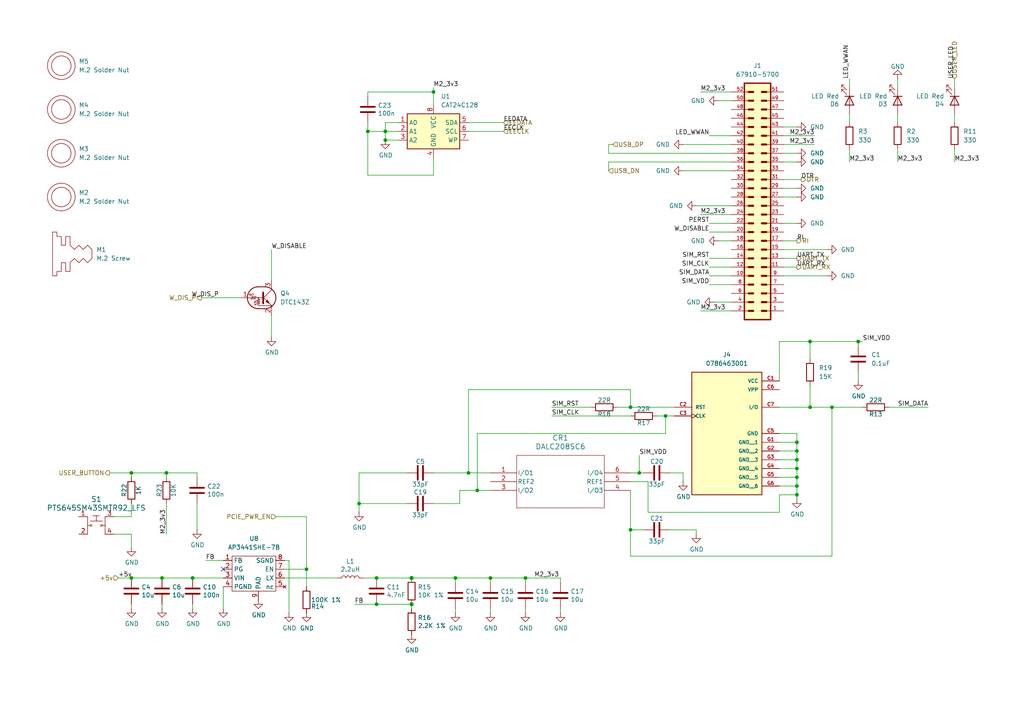
<source format=kicad_sch>
(kicad_sch (version 20250114) (generator "eeschema") (generator_version "9.0")
  (paper "A4")
  (title_block (title "Compute Module 5 IO Board ") (rev "1") (company "E-SMART SOLUTIONS") (comment 1 "Mostafa Bakir"))
  (lib_symbols
    (symbol "0786463001:0786463001" (pin_names (offset 1.016))
      (property "Reference" "J" (at -10.16 10.922 0))
      (property "Value" "0786463001" (at -10.16 -27.94 0))
      (symbol "0786463001_0_0"
        (pin input line (at -15.24 0 0) (length 5.08) (name "RST") (number "C2"))
        (pin input clock (at -15.24 -2.54 0) (length 5.08) (name "CLK") (number "C3"))
        (pin power_in line (at 15.24 7.62 180) (length 5.08) (name "VCC") (number "C1"))
        (pin power_in line (at 15.24 5.08 180) (length 5.08) (name "VPP") (number "C6"))
        (pin bidirectional line (at 15.24 0 180) (length 5.08) (name "I/O") (number "C7"))
        (pin power_in line (at 15.24 -7.62 180) (length 5.08) (name "GND") (number "C5"))
        (pin power_in line (at 15.24 -10.16 180) (length 5.08) (name "GND__1") (number "G1"))
        (pin power_in line (at 15.24 -12.7 180) (length 5.08) (name "GND__2") (number "G2"))
        (pin power_in line (at 15.24 -15.24 180) (length 5.08) (name "GND__3") (number "G3"))
        (pin power_in line (at 15.24 -17.78 180) (length 5.08) (name "GND__4") (number "G4"))
        (pin power_in line (at 15.24 -20.32 180) (length 5.08) (name "GND__5") (number "G5"))
        (pin power_in line (at 15.24 -22.86 180) (length 5.08) (name "GND__6") (number "G6"))
      )
    )
    (symbol "2025-04-18_20-29-10:DALC208SC6" (pin_names (offset 0.254))
      (property "Reference" "CR" (at 20.32 10.16 0))
      (property "Value" "DALC208SC6" (at 20.32 7.62 0))
      (symbol "DALC208SC6_0_1"
        (pin bidirectional line (at 0 0 0) (length 7.62) (name "I/O1") (number "1"))
        (pin unspecified line (at 0 -2.54 0) (length 7.62) (name "REF2") (number "2"))
        (pin bidirectional line (at 0 -5.08 0) (length 7.62) (name "I/O2") (number "3"))
        (pin bidirectional line (at 40.64 0 180) (length 7.62) (name "I/O4") (number "6"))
        (pin unspecified line (at 40.64 -2.54 180) (length 7.62) (name "REF1") (number "5"))
        (pin bidirectional line (at 40.64 -5.08 180) (length 7.62) (name "I/O3") (number "4"))
      )
    )
    (symbol "67910-5700:67910-5700" (pin_names (offset 1.016))
      (property "Reference" "J" (at -3.8196 33.867 0))
      (property "Value" "67910-5700" (at -3.8156 -38.1558 0))
      (symbol "67910-5700_0_0"
        (pin passive line (at -7.62 30.48 0) (length 5.08) (name "~") (number "52"))
        (pin passive line (at -7.62 27.94 0) (length 5.08) (name "~") (number "50"))
        (pin passive line (at -7.62 25.4 0) (length 5.08) (name "~") (number "48"))
        (pin passive line (at -7.62 22.86 0) (length 5.08) (name "~") (number "46"))
        (pin passive line (at -7.62 20.32 0) (length 5.08) (name "~") (number "44"))
        (pin passive line (at -7.62 17.78 0) (length 5.08) (name "~") (number "42"))
        (pin passive line (at -7.62 15.24 0) (length 5.08) (name "~") (number "40"))
        (pin passive line (at -7.62 12.7 0) (length 5.08) (name "~") (number "38"))
        (pin passive line (at -7.62 10.16 0) (length 5.08) (name "~") (number "36"))
        (pin passive line (at -7.62 7.62 0) (length 5.08) (name "~") (number "34"))
        (pin passive line (at -7.62 5.08 0) (length 5.08) (name "~") (number "32"))
        (pin passive line (at -7.62 2.54 0) (length 5.08) (name "~") (number "30"))
        (pin passive line (at -7.62 0 0) (length 5.08) (name "~") (number "28"))
        (pin passive line (at -7.62 -2.54 0) (length 5.08) (name "~") (number "26"))
        (pin passive line (at -7.62 -5.08 0) (length 5.08) (name "~") (number "24"))
        (pin passive line (at -7.62 -7.62 0) (length 5.08) (name "~") (number "22"))
        (pin passive line (at -7.62 -10.16 0) (length 5.08) (name "~") (number "20"))
        (pin passive line (at -7.62 -12.7 0) (length 5.08) (name "~") (number "18"))
        (pin passive line (at -7.62 -15.24 0) (length 5.08) (name "~") (number "16"))
        (pin passive line (at -7.62 -17.78 0) (length 5.08) (name "~") (number "14"))
        (pin passive line (at -7.62 -20.32 0) (length 5.08) (name "~") (number "12"))
        (pin passive line (at -7.62 -22.86 0) (length 5.08) (name "~") (number "10"))
        (pin passive line (at -7.62 -25.4 0) (length 5.08) (name "~") (number "8"))
        (pin passive line (at -7.62 -27.94 0) (length 5.08) (name "~") (number "6"))
        (pin passive line (at -7.62 -30.48 0) (length 5.08) (name "~") (number "4"))
        (pin passive line (at -7.62 -33.02 0) (length 5.08) (name "~") (number "2"))
        (pin passive line (at 7.62 30.48 180) (length 5.08) (name "~") (number "51"))
        (pin passive line (at 7.62 27.94 180) (length 5.08) (name "~") (number "49"))
        (pin passive line (at 7.62 25.4 180) (length 5.08) (name "~") (number "47"))
        (pin passive line (at 7.62 22.86 180) (length 5.08) (name "~") (number "45"))
        (pin passive line (at 7.62 20.32 180) (length 5.08) (name "~") (number "43"))
        (pin passive line (at 7.62 17.78 180) (length 5.08) (name "~") (number "41"))
        (pin passive line (at 7.62 15.24 180) (length 5.08) (name "~") (number "39"))
        (pin passive line (at 7.62 12.7 180) (length 5.08) (name "~") (number "37"))
        (pin passive line (at 7.62 10.16 180) (length 5.08) (name "~") (number "35"))
        (pin passive line (at 7.62 7.62 180) (length 5.08) (name "~") (number "33"))
        (pin passive line (at 7.62 5.08 180) (length 5.08) (name "~") (number "31"))
        (pin passive line (at 7.62 2.54 180) (length 5.08) (name "~") (number "29"))
        (pin passive line (at 7.62 0 180) (length 5.08) (name "~") (number "27"))
        (pin passive line (at 7.62 -2.54 180) (length 5.08) (name "~") (number "25"))
        (pin passive line (at 7.62 -5.08 180) (length 5.08) (name "~") (number "23"))
        (pin passive line (at 7.62 -7.62 180) (length 5.08) (name "~") (number "21"))
        (pin passive line (at 7.62 -10.16 180) (length 5.08) (name "~") (number "19"))
        (pin passive line (at 7.62 -12.7 180) (length 5.08) (name "~") (number "17"))
        (pin passive line (at 7.62 -15.24 180) (length 5.08) (name "~") (number "15"))
        (pin passive line (at 7.62 -17.78 180) (length 5.08) (name "~") (number "13"))
        (pin passive line (at 7.62 -20.32 180) (length 5.08) (name "~") (number "11"))
        (pin passive line (at 7.62 -22.86 180) (length 5.08) (name "~") (number "9"))
        (pin passive line (at 7.62 -25.4 180) (length 5.08) (name "~") (number "7"))
        (pin passive line (at 7.62 -27.94 180) (length 5.08) (name "~") (number "5"))
        (pin passive line (at 7.62 -30.48 180) (length 5.08) (name "~") (number "3"))
        (pin passive line (at 7.62 -33.02 180) (length 5.08) (name "~") (number "1"))
      )
    )
    (symbol "CM5IO:AP3441SHE-7B"
      (property "Reference" "U" (at -6.35 10.16 0))
      (property "Value" "AP3441SHE-7B" (at 0 7.62 0))
      (symbol "AP3441SHE-7B_1_1"
        (pin passive line (at -8.89 5.08 0) (length 2.54) (name "FB") (number "1"))
        (pin open_collector line (at -8.89 2.54 0) (length 2.54) (name "PG") (number "2"))
        (pin power_in line (at -8.89 0 0) (length 2.54) (name "VIN") (number "3"))
        (pin power_in line (at -8.89 -2.54 0) (length 2.54) (name "PGND") (number "4"))
        (pin input line (at 1.27 -6.35 90) (length 2.54) (name "PAD") (number "9"))
        (pin power_in line (at 8.89 5.08 180) (length 2.54) (name "SGND") (number "8"))
        (pin input line (at 8.89 2.54 180) (length 2.54) (name "EN") (number "7"))
        (pin power_out line (at 8.89 0 180) (length 2.54) (name "LX") (number "6"))
        (pin no_connect line (at 8.89 -2.54 180) (length 2.54) (name "nc") (number "5"))
      )
    )
    (symbol "CM5IO:M.2_Screw" (pin_numbers (hide yes)) (pin_names (offset 0) (hide yes)) (on_board no)
      (property "Reference" "M" (at -0.254 -6.35 0))
      (property "Value" "M.2 Screw" (at 0.254 -8.636 0))
    )
    (symbol "CM5IO:SolderNut" (pin_numbers (hide yes)) (pin_names (offset 0) (hide yes)) (exclude_from_sim yes) (on_board no)
      (property "Reference" "M" (at -6.35 -3.556 0))
      (property "Value" "M.2 Solder Nut" (at 0.254 -5.842 0))
    )
    (symbol "Device:C" (pin_numbers (hide yes)) (pin_names (offset 0.254))
      (property "Reference" "C" (at 0.635 2.54 0))
      (property "Value" "C" (at 0.635 -2.54 0))
      (symbol "C_1_1"
        (pin passive line (at 0 3.81 270) (length 2.794) (name "~") (number "1"))
        (pin passive line (at 0 -3.81 90) (length 2.794) (name "~") (number "2"))
      )
    )
    (symbol "Device:L" (pin_numbers (hide yes)) (pin_names (offset 1.016) (hide yes))
      (property "Reference" "L" (at -1.27 0 90))
      (property "Value" "L" (at 1.905 0 90))
      (symbol "L_1_1"
        (pin passive line (at 0 3.81 270) (length 1.27) (name "1") (number "1"))
        (pin passive line (at 0 -3.81 90) (length 1.27) (name "2") (number "2"))
      )
    )
    (symbol "Device:R" (pin_numbers (hide yes)) (pin_names (offset 0))
      (property "Reference" "R" (at 2.032 0 90))
      (property "Value" "R" (at 0 0 90))
      (symbol "R_1_1"
        (pin passive line (at 0 3.81 270) (length 1.27) (name "~") (number "1"))
        (pin passive line (at 0 -3.81 90) (length 1.27) (name "~") (number "2"))
      )
    )
    (symbol "LED_1" (pin_numbers (hide yes)) (pin_names (offset 1.016) (hide yes))
      (property "Reference" "D" (at 0 2.54 0))
      (property "Value" "LED" (at 0 -2.54 0))
      (symbol "LED_1_1_1"
        (pin passive line (at -3.81 0 0) (length 2.54) (name "K") (number "1"))
        (pin passive line (at 3.81 0 180) (length 2.54) (name "A") (number "2"))
      )
    )
    (symbol "Memory_EEPROM:CAT24C128"
      (property "Reference" "U" (at -6.35 6.35 0))
      (property "Value" "CAT24C128" (at 1.27 6.35 0))
      (symbol "CAT24C128_1_1"
        (pin input line (at -10.16 2.54 0) (length 2.54) (name "A0") (number "1"))
        (pin input line (at -10.16 0 0) (length 2.54) (name "A1") (number "2"))
        (pin input line (at -10.16 -2.54 0) (length 2.54) (name "A2") (number "3"))
        (pin power_in line (at 0 7.62 270) (length 2.54) (name "VCC") (number "8"))
        (pin power_in line (at 0 -7.62 90) (length 2.54) (name "GND") (number "4"))
        (pin bidirectional line (at 10.16 2.54 180) (length 2.54) (name "SDA") (number "5"))
        (pin input line (at 10.16 0 180) (length 2.54) (name "SCL") (number "6"))
        (pin input line (at 10.16 -2.54 180) (length 2.54) (name "WP") (number "7"))
      )
    )
    (symbol "Transistor_BJT:DTC143Z" (pin_names (offset 0) (hide yes))
      (property "Reference" "Q" (at 5.08 1.905 0))
      (property "Value" "DTC143Z" (at 5.08 0 0))
      (symbol "DTC143Z_0_0"
        (text "4k7" (at -3.302 0.889 0) (effects (font (size 0.508 0.508))))
        (text "47k" (at -2.159 -1.524 900) (effects (font (size 0.508 0.508))))
      )
      (symbol "DTC143Z_1_1"
        (pin input line (at -6.35 0 0) (length 2.54) (name "B") (number "1"))
        (pin passive line (at 2.54 5.08 270) (length 2.54) (name "C") (number "3"))
        (pin passive line (at 2.54 -5.08 90) (length 2.54) (name "E") (number "2"))
      )
    )
    (symbol "dk_Tactile-Switches:PTS645SM43SMTR92_LFS" (pin_names (offset 1.016))
      (property "Reference" "S" (at 0 5.08 0))
      (property "Value" "PTS645SM43SMTR92_LFS" (at 0 -5.334 0))
      (symbol "PTS645SM43SMTR92_LFS_1_1"
        (pin passive line (at -5.08 2.54 0) (length 2.54) (name "~") (number "1"))
        (pin passive line (at -5.08 -2.54 0) (length 2.54) (name "~") (number "2"))
        (pin passive line (at 5.08 2.54 180) (length 2.54) (name "~") (number "3"))
        (pin passive line (at 5.08 -2.54 180) (length 2.54) (name "~") (number "4"))
      )
    )
    (symbol "power:GND" (power) (pin_numbers (hide yes)) (pin_names (offset 0) (hide yes))
      (property "Value" "GND" (at 0 -3.81 0))
      (symbol "GND_1_1"
        (pin power_in line (at 0 0 270) (length 0) (name "~") (number "1"))
      )
    )
  )
  (junction (at 231.14 140.97))
  (junction (at 231.14 143.51))
  (junction (at 234.95 99.06))
  (junction (at 55.88 167.64))
  (junction (at 119.38 175.26) (diameter 1.016))
  (junction (at 193.04 120.65))
  (junction (at 38.1 137.16))
  (junction (at 135.89 137.16))
  (junction (at 125.73 26.67))
  (junction (at 104.14 146.05))
  (junction (at 109.22 167.64))
  (junction (at 46.99 167.64))
  (junction (at 132.08 167.64))
  (junction (at 88.9 165.1))
  (junction (at 38.1 167.64))
  (junction (at 142.24 167.64))
  (junction (at 231.14 133.35))
  (junction (at 241.3 118.11))
  (junction (at 138.43 142.24))
  (junction (at 231.14 135.89))
  (junction (at 182.88 118.11))
  (junction (at 185.42 137.16))
  (junction (at 109.22 175.26))
  (junction (at 248.92 99.06))
  (junction (at 106.68 38.1))
  (junction (at 182.88 153.67))
  (junction (at 234.95 118.11))
  (junction (at 111.76 38.1))
  (junction (at 48.26 137.16))
  (junction (at 152.4 167.64))
  (junction (at 231.14 128.27))
  (junction (at 119.38 167.64) (diameter 1.016))
  (junction (at 231.14 138.43))
  (junction (at 231.14 130.81))
  (junction (at 111.76 40.64))
  (no_connect (at 64.77 165.1))
  (wire (pts (xy 227.33 44.45) (xy 231.14 44.45)))
  (wire (pts (xy 241.3 118.11) (xy 250.19 118.11)))
  (wire (pts (xy 160.02 120.65) (xy 182.88 120.65)))
  (wire (pts (xy 135.89 113.03) (xy 135.89 137.16)))
  (wire (pts (xy 276.86 43.18) (xy 276.86 46.99)))
  (wire (pts (xy 105.41 167.64) (xy 109.22 167.64)))
  (wire (pts (xy 125.73 26.67) (xy 125.73 30.48)))
  (wire (pts (xy 227.33 46.99) (xy 231.14 46.99)))
  (wire (pts (xy 48.26 146.05) (xy 48.26 154.94)))
  (wire (pts (xy 109.22 167.64) (xy 119.38 167.64)))
  (wire (pts (xy 205.74 74.93) (xy 212.09 74.93)))
  (wire (pts (xy 248.92 107.95) (xy 248.92 110.49)))
  (wire (pts (xy 198.12 137.16) (xy 198.12 139.7)))
  (wire (pts (xy 231.14 133.35) (xy 231.14 135.89)))
  (wire (pts (xy 142.24 167.64) (xy 152.4 167.64)))
  (wire (pts (xy 88.9 165.1) (xy 88.9 170.18)))
  (wire (pts (xy 152.4 167.64) (xy 162.56 167.64)))
  (wire (pts (xy 257.81 118.11) (xy 269.24 118.11)))
  (wire (pts (xy 38.1 154.94) (xy 38.1 158.75)))
  (wire (pts (xy 227.33 77.47) (xy 231.14 77.47)))
  (wire (pts (xy 111.76 35.56) (xy 111.76 38.1)))
  (wire (pts (xy 59.69 162.56) (xy 64.77 162.56)))
  (wire (pts (xy 177.8 41.91) (xy 176.53 41.91)))
  (wire (pts (xy 241.3 118.11) (xy 241.3 161.29)))
  (wire (pts (xy 236.22 41.91) (xy 227.33 41.91)))
  (wire (pts (xy 234.95 99.06) (xy 234.95 104.14)))
  (wire (pts (xy 78.74 91.44) (xy 78.74 97.79)))
  (wire (pts (xy 111.76 40.64) (xy 115.57 40.64)))
  (wire (pts (xy 55.88 175.26) (xy 55.88 176.53)))
  (wire (pts (xy 194.31 153.67) (xy 201.93 153.67)))
  (wire (pts (xy 227.33 80.01) (xy 240.03 80.01)))
  (wire (pts (xy 48.26 137.16) (xy 48.26 138.43)))
  (wire (pts (xy 208.28 69.85) (xy 212.09 69.85)))
  (wire (pts (xy 57.15 137.16) (xy 57.15 138.43)))
  (wire (pts (xy 176.53 41.91) (xy 176.53 44.45)))
  (wire (pts (xy 226.06 99.06) (xy 234.95 99.06)))
  (wire (pts (xy 46.99 167.64) (xy 55.88 167.64)))
  (wire (pts (xy 227.33 36.83) (xy 231.14 36.83)))
  (wire (pts (xy 205.74 80.01) (xy 212.09 80.01)))
  (wire (pts (xy 160.02 118.11) (xy 171.45 118.11)))
  (wire (pts (xy 82.55 165.1) (xy 88.9 165.1)))
  (wire (pts (xy 194.31 137.16) (xy 198.12 137.16)))
  (wire (pts (xy 132.08 167.64) (xy 142.24 167.64)))
  (wire (pts (xy 236.22 39.37) (xy 227.33 39.37)))
  (wire (pts (xy 176.53 44.45) (xy 212.09 44.45)))
  (wire (pts (xy 207.01 87.63) (xy 212.09 87.63)))
  (wire (pts (xy 231.14 143.51) (xy 231.14 144.78)))
  (wire (pts (xy 227.33 54.61) (xy 231.14 54.61)))
  (wire (pts (xy 34.29 167.64) (xy 38.1 167.64)))
  (wire (pts (xy 226.06 133.35) (xy 231.14 133.35)))
  (wire (pts (xy 133.35 142.24) (xy 133.35 146.05)))
  (wire (pts (xy 152.4 167.64) (xy 152.4 168.91)))
  (wire (pts (xy 227.33 69.85) (xy 231.14 69.85)))
  (wire (pts (xy 125.73 50.8) (xy 106.68 50.8)))
  (wire (pts (xy 226.06 138.43) (xy 231.14 138.43)))
  (wire (pts (xy 182.88 113.03) (xy 135.89 113.03)))
  (wire (pts (xy 106.68 38.1) (xy 111.76 38.1)))
  (wire (pts (xy 208.28 29.21) (xy 212.09 29.21)))
  (wire (pts (xy 227.33 57.15) (xy 231.14 57.15)))
  (wire (pts (xy 119.38 167.64) (xy 132.08 167.64)))
  (wire (pts (xy 152.4 176.53) (xy 152.4 177.8)))
  (wire (pts (xy 125.73 26.67) (xy 106.68 26.67)))
  (wire (pts (xy 187.96 148.59) (xy 226.06 148.59)))
  (wire (pts (xy 133.35 146.05) (xy 125.73 146.05)))
  (wire (pts (xy 104.14 137.16) (xy 104.14 146.05)))
  (wire (pts (xy 203.2 90.17) (xy 212.09 90.17)))
  (wire (pts (xy 231.14 138.43) (xy 231.14 140.97)))
  (wire (pts (xy 78.74 72.39) (xy 78.74 81.28)))
  (wire (pts (xy 246.38 43.18) (xy 246.38 46.99)))
  (wire (pts (xy 125.73 45.72) (xy 125.73 50.8)))
  (wire (pts (xy 82.55 167.64) (xy 97.79 167.64)))
  (wire (pts (xy 104.14 146.05) (xy 118.11 146.05)))
  (wire (pts (xy 276.86 33.02) (xy 276.86 35.56)))
  (wire (pts (xy 182.88 137.16) (xy 185.42 137.16)))
  (wire (pts (xy 176.53 46.99) (xy 176.53 49.53)))
  (wire (pts (xy 135.89 137.16) (xy 142.24 137.16)))
  (wire (pts (xy 182.88 142.24) (xy 182.88 153.67)))
  (wire (pts (xy 38.1 149.86) (xy 33.02 149.86)))
  (wire (pts (xy 31.75 137.16) (xy 38.1 137.16)))
  (wire (pts (xy 135.89 35.56) (xy 146.05 35.56)))
  (wire (pts (xy 38.1 137.16) (xy 48.26 137.16)))
  (wire (pts (xy 231.14 135.89) (xy 231.14 138.43)))
  (wire (pts (xy 138.43 142.24) (xy 138.43 125.73)))
  (wire (pts (xy 226.06 128.27) (xy 231.14 128.27)))
  (wire (pts (xy 106.68 26.67) (xy 106.68 27.94)))
  (wire (pts (xy 182.88 139.7) (xy 187.96 139.7)))
  (wire (pts (xy 205.74 39.37) (xy 212.09 39.37)))
  (wire (pts (xy 111.76 38.1) (xy 115.57 38.1)))
  (wire (pts (xy 260.35 43.18) (xy 260.35 46.99)))
  (wire (pts (xy 205.74 67.31) (xy 212.09 67.31)))
  (wire (pts (xy 241.3 161.29) (xy 182.88 161.29)))
  (wire (pts (xy 55.88 167.64) (xy 64.77 167.64)))
  (wire (pts (xy 182.88 161.29) (xy 182.88 153.67)))
  (wire (pts (xy 276.86 22.86) (xy 276.86 25.4)))
  (wire (pts (xy 185.42 132.08) (xy 185.42 137.16)))
  (wire (pts (xy 231.14 130.81) (xy 231.14 133.35)))
  (wire (pts (xy 234.95 111.76) (xy 234.95 118.11)))
  (wire (pts (xy 227.33 74.93) (xy 231.14 74.93)))
  (wire (pts (xy 226.06 135.89) (xy 231.14 135.89)))
  (wire (pts (xy 135.89 38.1) (xy 146.05 38.1)))
  (wire (pts (xy 88.9 149.86) (xy 88.9 165.1)))
  (wire (pts (xy 125.73 137.16) (xy 135.89 137.16)))
  (wire (pts (xy 109.22 175.26) (xy 119.38 175.26)))
  (wire (pts (xy 106.68 50.8) (xy 106.68 38.1)))
  (wire (pts (xy 182.88 118.11) (xy 182.88 113.03)))
  (wire (pts (xy 231.14 125.73) (xy 231.14 128.27)))
  (wire (pts (xy 226.06 118.11) (xy 234.95 118.11)))
  (wire (pts (xy 38.1 175.26) (xy 38.1 176.53)))
  (wire (pts (xy 227.33 52.07) (xy 232.41 52.07)))
  (wire (pts (xy 226.06 143.51) (xy 231.14 143.51)))
  (wire (pts (xy 132.08 168.91) (xy 132.08 167.64)))
  (wire (pts (xy 104.14 148.59) (xy 104.14 146.05)))
  (wire (pts (xy 227.33 72.39) (xy 240.03 72.39)))
  (wire (pts (xy 38.1 137.16) (xy 38.1 138.43)))
  (wire (pts (xy 115.57 35.56) (xy 111.76 35.56)))
  (wire (pts (xy 57.15 146.05) (xy 57.15 153.67)))
  (wire (pts (xy 187.96 139.7) (xy 187.96 148.59)))
  (wire (pts (xy 190.5 120.65) (xy 193.04 120.65)))
  (wire (pts (xy 231.14 140.97) (xy 231.14 143.51)))
  (wire (pts (xy 58.42 86.36) (xy 69.85 86.36)))
  (wire (pts (xy 118.11 137.16) (xy 104.14 137.16)))
  (wire (pts (xy 201.93 153.67) (xy 201.93 154.94)))
  (wire (pts (xy 82.55 162.56) (xy 83.82 162.56)))
  (wire (pts (xy 106.68 35.56) (xy 106.68 38.1)))
  (wire (pts (xy 176.53 46.99) (xy 212.09 46.99)))
  (wire (pts (xy 193.04 120.65) (xy 193.04 125.73)))
  (wire (pts (xy 179.07 118.11) (xy 182.88 118.11)))
  (wire (pts (xy 231.14 128.27) (xy 231.14 130.81)))
  (wire (pts (xy 226.06 125.73) (xy 231.14 125.73)))
  (wire (pts (xy 260.35 22.86) (xy 260.35 25.4)))
  (wire (pts (xy 33.02 154.94) (xy 38.1 154.94)))
  (wire (pts (xy 38.1 167.64) (xy 46.99 167.64)))
  (wire (pts (xy 125.73 25.4) (xy 125.73 26.67)))
  (wire (pts (xy 234.95 118.11) (xy 241.3 118.11)))
  (wire (pts (xy 182.88 153.67) (xy 186.69 153.67)))
  (wire (pts (xy 227.33 64.77) (xy 231.14 64.77)))
  (wire (pts (xy 226.06 148.59) (xy 226.06 143.51)))
  (wire (pts (xy 234.95 99.06) (xy 248.92 99.06)))
  (wire (pts (xy 142.24 167.64) (xy 142.24 168.91)))
  (wire (pts (xy 80.01 149.86) (xy 88.9 149.86)))
  (wire (pts (xy 142.24 142.24) (xy 138.43 142.24)))
  (wire (pts (xy 46.99 175.26) (xy 46.99 176.53)))
  (wire (pts (xy 185.42 137.16) (xy 186.69 137.16)))
  (wire (pts (xy 248.92 99.06) (xy 248.92 100.33)))
  (wire (pts (xy 132.08 177.8) (xy 132.08 176.53)))
  (wire (pts (xy 205.74 77.47) (xy 212.09 77.47)))
  (wire (pts (xy 162.56 176.53) (xy 162.56 177.8)))
  (wire (pts (xy 138.43 142.24) (xy 133.35 142.24)))
  (wire (pts (xy 64.77 176.53) (xy 64.77 170.18)))
  (wire (pts (xy 182.88 118.11) (xy 195.58 118.11)))
  (wire (pts (xy 248.92 99.06) (xy 250.19 99.06)))
  (wire (pts (xy 162.56 167.64) (xy 162.56 168.91)))
  (wire (pts (xy 142.24 176.53) (xy 142.24 177.8)))
  (wire (pts (xy 203.2 62.23) (xy 212.09 62.23)))
  (wire (pts (xy 231.14 140.97) (xy 226.06 140.97)))
  (wire (pts (xy 260.35 33.02) (xy 260.35 35.56)))
  (wire (pts (xy 198.12 49.53) (xy 212.09 49.53)))
  (wire (pts (xy 48.26 137.16) (xy 57.15 137.16)))
  (wire (pts (xy 119.38 176.53) (xy 119.38 175.26)))
  (wire (pts (xy 246.38 33.02) (xy 246.38 35.56)))
  (wire (pts (xy 205.74 64.77) (xy 212.09 64.77)))
  (wire (pts (xy 205.74 82.55) (xy 212.09 82.55)))
  (wire (pts (xy 226.06 130.81) (xy 231.14 130.81)))
  (wire (pts (xy 201.93 59.69) (xy 212.09 59.69)))
  (wire (pts (xy 138.43 125.73) (xy 193.04 125.73)))
  (wire (pts (xy 102.87 175.26) (xy 109.22 175.26)))
  (wire (pts (xy 198.12 41.91) (xy 212.09 41.91)))
  (wire (pts (xy 246.38 22.86) (xy 246.38 25.4)))
  (wire (pts (xy 193.04 120.65) (xy 195.58 120.65)))
  (wire (pts (xy 111.76 38.1) (xy 111.76 40.64)))
  (wire (pts (xy 83.82 162.56) (xy 83.82 177.8)))
  (wire (pts (xy 38.1 146.05) (xy 38.1 149.86)))
  (wire (pts (xy 226.06 99.06) (xy 226.06 110.49)))
  (wire (pts (xy 203.2 26.67) (xy 212.09 26.67)))
  (label "SIM_VDD" (at 185.42 132.08 0))
  (label "UART_TX" (at 231.14 74.93 0))
  (label "M2_3v3" (at 203.2 90.17 0))
  (label "M2_3v3" (at 154.94 167.64 0))
  (label "PERST" (at 205.74 64.77 180))
  (label "+5v" (at 34.29 167.64 0))
  (label "SIM_RST" (at 205.74 74.93 180))
  (label "M2_3v3" (at 236.22 41.91 180))
  (label "SIM_VDD" (at 205.74 82.55 180))
  (label "LED_WWAN" (at 246.38 22.86 90))
  (label "SIM_DATA" (at 269.24 118.11 180))
  (label "M2_3v3" (at 236.22 39.37 180))
  (label "SIM_CLK" (at 205.74 77.47 180))
  (label "FB" (at 59.69 162.56 0))
  (label "M2_3v3" (at 203.2 62.23 0))
  (label "M2_3v3" (at 203.2 26.67 0))
  (label "SIM_VDD" (at 250.19 99.06 0))
  (label "UART_RX" (at 231.14 77.47 0))
  (label "M2_3v3" (at 125.73 25.4 0))
  (label "SIM_CLK" (at 160.02 120.65 0))
  (label "EECLK" (at 146.05 38.1 0))
  (label "DTR" (at 232.41 52.07 0))
  (label "LED_WWAN" (at 205.74 39.37 180))
  (label "M2_3v3" (at 260.35 46.99 0))
  (label "USER_LED" (at 276.86 22.86 90))
  (label "M2_3v3" (at 246.38 46.99 0))
  (label "W_DIS_P" (at 63.5 86.36 180))
  (label "M2_3v3" (at 276.86 46.99 0))
  (label "EEDATA" (at 146.05 35.56 0))
  (label "W_DISABLE" (at 78.74 72.39 0))
  (label "W_DISABLE" (at 205.74 67.31 180))
  (label "FB" (at 102.87 175.26 0))
  (label "M2_3v3" (at 48.26 154.94 90))
  (label "SIM_DATA" (at 205.74 80.01 180))
  (label "RI" (at 231.14 69.85 0))
  (label "SIM_RST" (at 160.02 118.11 0))
  (hierarchical_label "W_DIS_P" (shape output) (at 58.42 86.36 180))
  (hierarchical_label "UART_RX" (shape output) (at 231.14 77.47 0))
  (hierarchical_label "USB_DN" (shape input) (at 176.53 49.53 0))
  (hierarchical_label "EECLK" (shape input) (at 146.05 38.1 0))
  (hierarchical_label "EEDATA" (shape input) (at 146.05 35.56 0))
  (hierarchical_label "USB_DP" (shape input) (at 177.8 41.91 0))
  (hierarchical_label "USER_BUTTON" (shape output) (at 31.75 137.16 180))
  (hierarchical_label "PCIE_PWR_EN" (shape input) (at 80.01 149.86 180))
  (hierarchical_label "UART_TX" (shape output) (at 231.14 74.93 0))
  (hierarchical_label "+5v" (shape input) (at 34.29 167.64 180))
  (hierarchical_label "RI" (shape output) (at 231.14 69.85 0))
  (hierarchical_label "DTR" (shape output) (at 232.41 52.07 0))
  (hierarchical_label "USER_LED" (shape input) (at 276.86 22.86 90))
  (symbol (lib_id "power:GND") (at 38.1 158.75 0) (unit 1)
    (property "Reference" "#PWR051" (effects (hide yes)))
    (property "Value" "GND" (at 38.227 163.1442 0))
    (property "Description" "Power symbol creates a global label with name \"GND\" , ground" (effects (hide yes)))
  )
  (symbol (lib_id "Device:C") (at 152.4 172.72 0) (unit 1)
    (property "Reference" "C16" (at 155.321 171.5516 0) (effects (justify left)))
    (property "Value" "10u" (at 155.321 173.863 0) (effects (justify left)))
    (property "Footprint" "Capacitor_SMD:C_0805_2012Metric" (effects (hide yes)))
    (property "Datasheet" "https://search.murata.co.jp/Ceramy/image/img/A01X/G101/ENG/GRM21BR71A106KA73-01.pdf" (effects (hide yes)))
    (property "Field4" "Digikey" (effects (hide yes)))
    (property "Field5" "490-14381-1-ND" (effects (hide yes)))
    (property "Field6" "GRM21BR71A106KA73L" (effects (hide yes)))
    (property "Field7" "Murata" (effects (hide yes)))
    (property "Field8" "111893011" (effects (hide yes)))
    (property "Part Description" "	10uF 10% 10V Ceramic Capacitor X7R 0805 (2012 Metric)" (effects (hide yes)))
  )
  (symbol (lib_id "power:GND") (at 152.4 177.8 0) (unit 1)
    (property "Reference" "#PWR018" (effects (hide yes)))
    (property "Value" "GND" (at 152.527 182.1942 0))
    (property "Description" "Power symbol creates a global label with name \"GND\" , ground" (effects (hide yes)))
  )
  (symbol (lib_id "Device:C") (at 46.99 171.45 0) (unit 1)
    (property "Reference" "C6" (at 49.911 170.2816 0) (effects (justify left)))
    (property "Value" "10u" (at 49.911 172.593 0) (effects (justify left)))
    (property "Footprint" "Capacitor_SMD:C_0805_2012Metric" (effects (hide yes)))
    (property "Datasheet" "https://search.murata.co.jp/Ceramy/image/img/A01X/G101/ENG/GRM21BR71A106KA73-01.pdf" (effects (hide yes)))
    (property "Field4" "Digikey" (effects (hide yes)))
    (property "Field5" "490-14381-1-ND" (effects (hide yes)))
    (property "Field6" "GRM21BR71A106KA73L" (effects (hide yes)))
    (property "Field7" "Murata" (effects (hide yes)))
    (property "Field8" "111893011" (effects (hide yes)))
    (property "Part Description" "	10uF 10% 10V Ceramic Capacitor X7R 0805 (2012 Metric)" (effects (hide yes)))
  )
  (symbol (lib_id "power:GND") (at 248.92 110.49 0) (unit 1)
    (property "Reference" "#PWR045" (effects (hide yes)))
    (property "Value" "GND" (at 249.047 114.8842 0))
    (property "Description" "Power symbol creates a global label with name \"GND\" , ground" (effects (hide yes)))
  )
  (symbol (lib_id "Device:R") (at 234.95 107.95 0) (unit 1)
    (property "Reference" "R19" (at 237.49 106.6799 0) (effects (justify left)))
    (property "Value" "15K" (at 237.49 109.2199 0) (effects (justify left)))
    (property "Footprint" "Resistor_SMD:R_0603_1608Metric" (effects (hide yes)))
    (property "Description" "Resistor" (effects (hide yes)))
  )
  (symbol (lib_name "LED_1") (lib_id "Device:LED") (at 276.86 29.21 270) (unit 1)
    (property "Reference" "D4" (at 273.8882 30.2006 90) (effects (justify right)))
    (property "Value" "LED Red" (at 273.8882 27.8892 90) (effects (justify right)))
    (property "Footprint" "LED_SMD:LED_0603_1608Metric" (effects (hide yes)))
    (property "Datasheet" "http://optoelectronics.liteon.com/upload/download/DS22-2000-210/LTST-S270KRKT.pdf" (effects (hide yes)))
    (property "Field4" "Digikey " (effects (hide yes)))
    (property "Field5" "	LTST-S270KRKT" (effects (hide yes)))
    (property "Field6" "SML-A12U8TT86Q" (effects (hide yes)))
    (property "Field7" "Rohm" (effects (hide yes)))
    (property "Field8" "650295101" (effects (hide yes)))
    (property "Part Description" "	Red 620nm LED Indication - Discrete 2.2V 2-SMD, No Lead" (effects (hide yes)))
  )
  (symbol (lib_id "power:GND") (at 231.14 64.77 90) (unit 1)
    (property "Reference" "#PWR026" (effects (hide yes)))
    (property "Value" "GND" (at 234.95 64.7699 90) (effects (justify right)))
    (property "Description" "Power symbol creates a global label with name \"GND\" , ground" (effects (hide yes)))
  )
  (symbol (lib_id "0786463001:0786463001") (at 210.82 118.11 0) (unit 1)
    (property "Reference" "J4" (at 210.82 102.87 0))
    (property "Value" "0786463001" (at 210.82 105.41 0))
    (property "Footprint" "0786463001:MOLEX_0786463001" (effects (hide yes)))
    (property "PARTREV" "C1" (effects (hide yes)))
    (property "SNAPEDA_PN" "0786463001" (effects (hide yes)))
    (property "STANDARD" "Manufacturer Recommendations" (effects (hide yes)))
    (property "MAXIMUM_PACKAGE_HEIGHT" "1.55 mm" (effects (hide yes)))
    (property "MANUFACTURER" "Molex" (effects (hide yes)))
  )
  (symbol (lib_id "power:GND") (at 240.03 72.39 90) (unit 1)
    (property "Reference" "#PWR025" (effects (hide yes)))
    (property "Value" "GND" (at 243.84 72.3899 90) (effects (justify right)))
    (property "Description" "Power symbol creates a global label with name \"GND\" , ground" (effects (hide yes)))
  )
  (symbol (lib_id "67910-5700:67910-5700") (at 219.71 57.15 0) (unit 1)
    (property "Reference" "J1" (at 219.71 19.05 0))
    (property "Value" "67910-5700" (at 219.71 21.59 0))
    (property "Footprint" "0679105700:MOLEX_67910-5700" (effects (hide yes)))
    (property "MANUFACTURER" "Molex, LLC" (effects (hide yes)))
  )
  (symbol (lib_id "Transistor_BJT:DTC143Z") (at 76.2 86.36 0) (unit 1)
    (property "Reference" "Q4" (at 81.28 85.0899 0) (effects (justify left)))
    (property "Value" "DTC143Z" (at 81.28 87.6299 0) (effects (justify left)))
    (property "Footprint" "Package_TO_SOT_THT:TO-92L_Inline_Wide" (effects (hide yes)))
    (property "Description" "Digital NPN Transistor, 4k7/47k, SOT-23" (effects (hide yes)))
  )
  (symbol (lib_id "power:GND") (at 46.99 176.53 0) (unit 1)
    (property "Reference" "#PWR021" (effects (hide yes)))
    (property "Value" "GND" (at 47.117 180.9242 0))
    (property "Description" "Power symbol creates a global label with name \"GND\" , ground" (effects (hide yes)))
  )
  (symbol (lib_id "power:GND") (at 201.93 59.69 270) (unit 1)
    (property "Reference" "#PWR035" (effects (hide yes)))
    (property "Value" "GND" (at 198.12 59.6899 90) (effects (justify right)))
    (property "Description" "Power symbol creates a global label with name \"GND\" , ground" (effects (hide yes)))
  )
  (symbol (lib_id "power:GND") (at 78.74 97.79 0) (unit 1)
    (property "Reference" "#PWR053" (effects (hide yes)))
    (property "Value" "GND" (at 78.867 102.1842 0))
    (property "Description" "Power symbol creates a global label with name \"GND\" , ground" (effects (hide yes)))
  )
  (symbol (lib_id "power:GND") (at 162.56 177.8 0) (unit 1)
    (property "Reference" "#PWR024" (effects (hide yes)))
    (property "Value" "GND" (at 162.687 182.1942 0))
    (property "Description" "Power symbol creates a global label with name \"GND\" , ground" (effects (hide yes)))
  )
  (symbol (lib_id "Device:C") (at 121.92 137.16 90) (unit 1)
    (property "Reference" "C5" (at 121.92 133.858 90))
    (property "Value" "33pF" (at 121.92 140.462 90))
    (property "Footprint" "Capacitor_SMD:C_0603_1608Metric" (effects (hide yes)))
    (property "Description" "Unpolarized capacitor" (effects (hide yes)))
  )
  (symbol (lib_id "Device:R") (at 254 118.11 90) (unit 1)
    (property "Reference" "R13" (at 254 120.142 90))
    (property "Value" "22R" (at 254 116.078 90))
    (property "Footprint" "Resistor_SMD:R_0603_1608Metric" (effects (hide yes)))
    (property "Description" "Resistor" (effects (hide yes)))
  )
  (symbol (lib_id "CM5IO:SolderNut") (at 17.78 44.45 0) (unit 1) (exclude_from_sim yes) (on_board no)
    (property "Reference" "M3" (at 22.86 43.1799 0) (effects (justify left)))
    (property "Value" "M.2 Solder Nut" (at 22.86 45.7199 0) (effects (justify left)))
    (property "Part Description" "Solder nut for M.2 slot" (effects (hide yes)))
  )
  (symbol (lib_id "power:GND") (at 111.76 40.64 0) (unit 1)
    (property "Reference" "#PWR055" (effects (hide yes)))
    (property "Value" "GND" (at 111.887 45.0342 0))
    (property "Description" "Power symbol creates a global label with name \"GND\" , ground" (effects (hide yes)))
  )
  (symbol (lib_id "Device:L") (at 101.6 167.64 90) (unit 1)
    (property "Reference" "L1" (at 101.6 162.814 90))
    (property "Value" "2.2uH" (at 101.6 165.1254 90))
    (property "Footprint" "CM5IO:L_Bourns_SRP5030CC" (effects (hide yes)))
    (property "Datasheet" "https://www.bourns.com/docs/product-datasheets/srp5030cc.pdf" (effects (hide yes)))
    (property "Field6" "SRP5030CC-2R2M" (effects (hide yes)))
    (property "Field7" "Bourns" (effects (hide yes)))
    (property "Part Description" "Inductor, SMT, 2520, 2u2, IRMS=7A, ISAT=8A, DCR=0.032R" (effects (hide yes)))
    (property "Field5" "SRP5030CC-2R2M" (effects (hide yes)))
  )
  (symbol (lib_id "power:GND") (at 208.28 29.21 270) (unit 1)
    (property "Reference" "#PWR038" (effects (hide yes)))
    (property "Value" "GND" (at 204.47 29.2099 90) (effects (justify right)))
    (property "Description" "Power symbol creates a global label with name \"GND\" , ground" (effects (hide yes)))
  )
  (symbol (lib_id "power:GND") (at 64.77 176.53 0) (unit 1)
    (property "Reference" "#PWR022" (effects (hide yes)))
    (property "Value" "GND" (at 64.897 180.9242 0))
    (property "Description" "Power symbol creates a global label with name \"GND\" , ground" (effects (hide yes)))
  )
  (symbol (lib_id "Device:R") (at 119.38 171.45 0) (unit 1)
    (property "Reference" "R15" (at 121.158 170.2816 0) (effects (justify left)))
    (property "Value" "10K 1%" (at 121.158 172.593 0) (effects (justify left)))
    (property "Footprint" "Resistor_SMD:R_0402_1005Metric" (effects (hide yes)))
    (property "Datasheet" "https://fscdn.rohm.com/en/products/databook/datasheet/passive/resistor/chip_resistor/mcr-e.pdf" (effects (hide yes)))
    (property "Field4" "Farnell" (effects (hide yes)))
    (property "Field7" "Rohm" (effects (hide yes)))
    (property "Field6" "MCR01MZPF1002" (effects (hide yes)))
    (property "Part Description" "Resistor 10K M1005 1% 63mW" (effects (hide yes)))
  )
  (symbol (lib_id "2025-04-18_20-29-10:DALC208SC6") (at 142.24 137.16 0) (unit 1)
    (property "Reference" "CR1" (at 162.56 127 0) (effects (font (size 1.524 1.524))))
    (property "Value" "DALC208SC6" (at 162.56 129.54 0) (effects (font (size 1.524 1.524))))
    (property "Footprint" "digikey-footprints:SOT23-6L" (effects (hide yes)))
    (property "Datasheet" "DALC208SC6" (effects (hide yes)))
  )
  (symbol (lib_id "Device:C") (at 190.5 137.16 90) (unit 1)
    (property "Reference" "C20" (at 190.5 133.858 90))
    (property "Value" "33pF" (at 190.5 140.462 90))
    (property "Footprint" "Capacitor_SMD:C_0603_1608Metric" (effects (hide yes)))
    (property "Description" "Unpolarized capacitor" (effects (hide yes)))
  )
  (symbol (lib_id "power:GND") (at 231.14 44.45 90) (unit 1)
    (property "Reference" "#PWR042" (effects (hide yes)))
    (property "Value" "GND" (at 234.95 44.4499 90) (effects (justify right)))
    (property "Description" "Power symbol creates a global label with name \"GND\" , ground" (effects (hide yes)))
  )
  (symbol (lib_id "Memory_EEPROM:CAT24C128") (at 125.73 38.1 0) (unit 1)
    (property "Reference" "U1" (at 127.8733 27.94 0) (effects (justify left)))
    (property "Value" "CAT24C128" (at 127.8733 30.48 0) (effects (justify left)))
    (property "Footprint" "Package_SO:SOIC-8_5.3x6.2mm_P1.27mm" (effects (hide yes)))
    (property "Datasheet" "https://www.onsemi.com/pub/Collateral/CAT24C128-D.PDF" (effects (hide yes)))
    (property "Description" "128 kb CMOS Serial EEPROM, SOIC-8/TSSOP-8/DFN-8" (effects (hide yes)))
  )
  (symbol (lib_id "Device:R") (at 88.9 173.99 0) (unit 1)
    (property "Reference" "R14" (at 90.17 175.895 0) (effects (justify left)))
    (property "Value" "100K 1%" (at 90.17 173.99 0) (effects (justify left)))
    (property "Footprint" "Resistor_SMD:R_0402_1005Metric" (effects (hide yes)))
    (property "Datasheet" "https://fscdn.rohm.com/en/products/databook/datasheet/passive/resistor/chip_resistor/mcr-e.pdf" (effects (hide yes)))
    (property "Field4" "Farnell" (effects (hide yes)))
    (property "Field6" "MCR01MZPF1003" (effects (hide yes)))
    (property "Field7" "Rohm" (effects (hide yes)))
    (property "Part Description" "Resistor 100K M1005 1% 63mW" (effects (hide yes)))
  )
  (symbol (lib_id "Device:R") (at 119.38 180.34 0) (unit 1)
    (property "Reference" "R16" (at 121.158 179.1716 0) (effects (justify left)))
    (property "Value" "2.2K 1%" (at 121.158 181.483 0) (effects (justify left)))
    (property "Footprint" "Resistor_SMD:R_0402_1005Metric" (effects (hide yes)))
    (property "Datasheet" "https://fscdn.rohm.com/en/products/databook/datasheet/passive/resistor/chip_resistor/mcr-e.pdf" (effects (hide yes)))
    (property "Field4" "Farnell" (effects (hide yes)))
    (property "Part Description" "Resistor 2.2K M1005 1% 63mW" (effects (hide yes)))
  )
  (symbol (lib_name "LED_1") (lib_id "Device:LED") (at 260.35 29.21 270) (unit 1)
    (property "Reference" "D3" (at 257.3782 30.2006 90) (effects (justify right)))
    (property "Value" "LED Red" (at 257.3782 27.8892 90) (effects (justify right)))
    (property "Footprint" "LED_SMD:LED_0603_1608Metric" (effects (hide yes)))
    (property "Datasheet" "http://optoelectronics.liteon.com/upload/download/DS22-2000-210/LTST-S270KRKT.pdf" (effects (hide yes)))
    (property "Field4" "Digikey " (effects (hide yes)))
    (property "Field5" "	LTST-S270KRKT" (effects (hide yes)))
    (property "Field6" "SML-A12U8TT86Q" (effects (hide yes)))
    (property "Field7" "Rohm" (effects (hide yes)))
    (property "Field8" "650295101" (effects (hide yes)))
    (property "Part Description" "	Red 620nm LED Indication - Discrete 2.2V 2-SMD, No Lead" (effects (hide yes)))
  )
  (symbol (lib_id "Device:C") (at 57.15 142.24 0) (unit 1)
    (property "Reference" "C22" (at 60.071 141.0716 0) (effects (justify left)))
    (property "Value" "100n" (at 60.071 143.383 0) (effects (justify left)))
    (property "Footprint" "Capacitor_SMD:C_0402_1005Metric" (effects (hide yes)))
    (property "Datasheet" "https://search.murata.co.jp/Ceramy/image/img/A01X/G101/ENG/GRM155R71C104KA88-01.pdf" (effects (hide yes)))
    (property "Field4" "Farnell" (effects (hide yes)))
    (property "Field5" "2611911" (effects (hide yes)))
    (property "Field6" "RM EMK105 B7104KV-F" (effects (hide yes)))
    (property "Field7" "TAIYO YUDEN EUROPE GMBH" (effects (hide yes)))
    (property "Field8" "110091611" (effects (hide yes)))
    (property "Part Description" "	0.1uF 10% 16V Ceramic Capacitor X7R 0402 (1005 Metric)" (effects (hide yes)))
  )
  (symbol (lib_id "Device:C") (at 38.1 171.45 0) (unit 1)
    (property "Reference" "C4" (at 41.021 170.2816 0) (effects (justify left)))
    (property "Value" "10u" (at 41.021 172.593 0) (effects (justify left)))
    (property "Footprint" "Capacitor_SMD:C_0805_2012Metric" (effects (hide yes)))
    (property "Datasheet" "https://search.murata.co.jp/Ceramy/image/img/A01X/G101/ENG/GRM21BR71A106KA73-01.pdf" (effects (hide yes)))
    (property "Field4" "Digikey" (effects (hide yes)))
    (property "Field5" "490-14381-1-ND" (effects (hide yes)))
    (property "Field6" "GRM21BR71A106KA73L" (effects (hide yes)))
    (property "Field7" "Murata" (effects (hide yes)))
    (property "Field8" "111893011" (effects (hide yes)))
    (property "Part Description" "	10uF 10% 10V Ceramic Capacitor X7R 0805 (2012 Metric)" (effects (hide yes)))
  )
  (symbol (lib_id "CM5IO:AP3441SHE-7B") (at 73.66 167.64 0) (unit 1)
    (property "Reference" "U8" (at 73.66 156.21 0))
    (property "Value" "AP3441SHE-7B" (at 73.66 158.75 0))
    (property "Footprint" "Package_DFN_QFN:DFN-8-1EP_2x2mm_P0.5mm_EP1.05x1.75mm" (effects (hide yes)))
    (property "Datasheet" "https://www.diodes.com/assets/Datasheets/AP3441-L.pdf" (effects (hide yes)))
    (property "Field5" "AP3441SHE-7B" (effects (hide yes)))
    (property "Field6" "AP3441SHE-7B" (effects (hide yes)))
    (property "Field7" "Diodes" (effects (hide yes)))
    (property "Part Description" "3A DC-DC converter" (effects (hide yes)))
  )
  (symbol (lib_id "Device:R") (at 38.1 142.24 0) (unit 1)
    (property "Reference" "R22" (at 36.068 142.24 90))
    (property "Value" "1K" (at 40.132 142.24 90))
    (property "Footprint" "Resistor_SMD:R_0603_1608Metric" (effects (hide yes)))
    (property "Description" "Resistor" (effects (hide yes)))
  )
  (symbol (lib_id "Device:C") (at 55.88 171.45 0) (unit 1)
    (property "Reference" "C10" (at 58.801 170.2816 0) (effects (justify left)))
    (property "Value" "100n" (at 58.801 172.593 0) (effects (justify left)))
    (property "Footprint" "Capacitor_SMD:C_0402_1005Metric" (effects (hide yes)))
    (property "Datasheet" "https://search.murata.co.jp/Ceramy/image/img/A01X/G101/ENG/GRM155R71C104KA88-01.pdf" (effects (hide yes)))
    (property "Field4" "Farnell" (effects (hide yes)))
    (property "Field5" "2611911" (effects (hide yes)))
    (property "Field6" "RM EMK105 B7104KV-F" (effects (hide yes)))
    (property "Field7" "TAIYO YUDEN EUROPE GMBH" (effects (hide yes)))
    (property "Field8" "110091611" (effects (hide yes)))
    (property "Part Description" "	0.1uF 10% 16V Ceramic Capacitor X7R 0402 (1005 Metric)" (effects (hide yes)))
  )
  (symbol (lib_id "Device:R") (at 175.26 118.11 90) (unit 1)
    (property "Reference" "R18" (at 175.26 120.142 90))
    (property "Value" "22R" (at 175.26 116.078 90))
    (property "Footprint" "Resistor_SMD:R_0603_1608Metric" (effects (hide yes)))
    (property "Description" "Resistor" (effects (hide yes)))
  )
  (symbol (lib_id "Device:C") (at 132.08 172.72 0) (unit 1)
    (property "Reference" "C14" (at 135.001 171.5516 0) (effects (justify left)))
    (property "Value" "10u" (at 135.001 173.863 0) (effects (justify left)))
    (property "Footprint" "Capacitor_SMD:C_0805_2012Metric" (effects (hide yes)))
    (property "Datasheet" "https://search.murata.co.jp/Ceramy/image/img/A01X/G101/ENG/GRM21BR71A106KA73-01.pdf" (effects (hide yes)))
    (property "Field4" "Digikey" (effects (hide yes)))
    (property "Field5" "490-14381-1-ND" (effects (hide yes)))
    (property "Field6" "GRM21BR71A106KA73L" (effects (hide yes)))
    (property "Field7" "Murata" (effects (hide yes)))
    (property "Field8" "111893011" (effects (hide yes)))
    (property "Part Description" "	10uF 10% 10V Ceramic Capacitor X7R 0805 (2012 Metric)" (effects (hide yes)))
  )
  (symbol (lib_id "power:GND") (at 38.1 176.53 0) (unit 1)
    (property "Reference" "#PWR020" (effects (hide yes)))
    (property "Value" "GND" (at 38.227 180.9242 0))
    (property "Description" "Power symbol creates a global label with name \"GND\" , ground" (effects (hide yes)))
  )
  (symbol (lib_id "power:GND") (at 57.15 153.67 0) (unit 1)
    (property "Reference" "#PWR050" (effects (hide yes)))
    (property "Value" "GND" (at 57.277 158.0642 0))
    (property "Description" "Power symbol creates a global label with name \"GND\" , ground" (effects (hide yes)))
  )
  (symbol (lib_id "power:GND") (at 260.35 22.86 180) (unit 1)
    (property "Reference" "#PWR043" (effects (hide yes)))
    (property "Value" "GND" (at 260.35 19.304 0))
    (property "Description" "Power symbol creates a global label with name \"GND\" , ground" (effects (hide yes)))
  )
  (symbol (lib_id "Device:R") (at 260.35 39.37 0) (unit 1)
    (property "Reference" "R2" (at 262.89 38.0999 0) (effects (justify left)))
    (property "Value" "330" (at 262.89 40.6399 0) (effects (justify left)))
    (property "Footprint" "Resistor_SMD:R_0603_1608Metric" (effects (hide yes)))
    (property "Description" "Resistor" (effects (hide yes)))
  )
  (symbol (lib_id "power:GND") (at 198.12 139.7 0) (unit 1)
    (property "Reference" "#PWR047" (effects (hide yes)))
    (property "Value" "GND" (at 198.247 144.0942 0))
    (property "Description" "Power symbol creates a global label with name \"GND\" , ground" (effects (hide yes)))
  )
  (symbol (lib_name "LED_1") (lib_id "Device:LED") (at 246.38 29.21 270) (unit 1)
    (property "Reference" "D6" (at 243.4082 30.2006 90) (effects (justify right)))
    (property "Value" "LED Red" (at 243.4082 27.8892 90) (effects (justify right)))
    (property "Footprint" "LED_SMD:LED_0603_1608Metric" (effects (hide yes)))
    (property "Datasheet" "http://optoelectronics.liteon.com/upload/download/DS22-2000-210/LTST-S270KRKT.pdf" (effects (hide yes)))
    (property "Field4" "Digikey " (effects (hide yes)))
    (property "Field5" "	LTST-S270KRKT" (effects (hide yes)))
    (property "Field6" "SML-A12U8TT86Q" (effects (hide yes)))
    (property "Field7" "Rohm" (effects (hide yes)))
    (property "Field8" "650295101" (effects (hide yes)))
    (property "Part Description" "	Red 620nm LED Indication - Discrete 2.2V 2-SMD, No Lead" (effects (hide yes)))
  )
  (symbol (lib_id "Device:C") (at 106.68 31.75 0) (unit 1)
    (property "Reference" "C23" (at 109.601 30.5816 0) (effects (justify left)))
    (property "Value" "100n" (at 109.601 32.893 0) (effects (justify left)))
    (property "Footprint" "Capacitor_SMD:C_0402_1005Metric" (effects (hide yes)))
    (property "Datasheet" "https://search.murata.co.jp/Ceramy/image/img/A01X/G101/ENG/GRM155R71C104KA88-01.pdf" (effects (hide yes)))
    (property "Field4" "Farnell" (effects (hide yes)))
    (property "Field5" "2611911" (effects (hide yes)))
    (property "Field6" "RM EMK105 B7104KV-F" (effects (hide yes)))
    (property "Field7" "TAIYO YUDEN EUROPE GMBH" (effects (hide yes)))
    (property "Field8" "110091611" (effects (hide yes)))
    (property "Part Description" "	0.1uF 10% 16V Ceramic Capacitor X7R 0402 (1005 Metric)" (effects (hide yes)))
  )
  (symbol (lib_id "power:GND") (at 198.12 49.53 270) (unit 1)
    (property "Reference" "#PWR036" (effects (hide yes)))
    (property "Value" "GND" (at 194.31 49.5299 90) (effects (justify right)))
    (property "Description" "Power symbol creates a global label with name \"GND\" , ground" (effects (hide yes)))
  )
  (symbol (lib_id "power:GND") (at 104.14 148.59 0) (unit 1)
    (property "Reference" "#PWR046" (effects (hide yes)))
    (property "Value" "GND" (at 104.267 152.9842 0))
    (property "Description" "Power symbol creates a global label with name \"GND\" , ground" (effects (hide yes)))
  )
  (symbol (lib_id "power:GND") (at 88.9 177.8 0) (unit 1)
    (property "Reference" "#PWR08" (effects (hide yes)))
    (property "Value" "GND" (at 89.027 182.1942 0))
    (property "Description" "Power symbol creates a global label with name \"GND\" , ground" (effects (hide yes)))
  )
  (symbol (lib_id "power:GND") (at 119.38 184.15 0) (unit 1)
    (property "Reference" "#PWR016" (effects (hide yes)))
    (property "Value" "GND" (at 119.507 188.5442 0))
    (property "Description" "Power symbol creates a global label with name \"GND\" , ground" (effects (hide yes)))
  )
  (symbol (lib_id "power:GND") (at 207.01 87.63 270) (unit 1)
    (property "Reference" "#PWR033" (effects (hide yes)))
    (property "Value" "GND" (at 203.2 87.6299 90) (effects (justify right)))
    (property "Description" "Power symbol creates a global label with name \"GND\" , ground" (effects (hide yes)))
  )
  (symbol (lib_id "Device:R") (at 276.86 39.37 0) (unit 1)
    (property "Reference" "R11" (at 279.4 38.0999 0) (effects (justify left)))
    (property "Value" "330" (at 279.4 40.6399 0) (effects (justify left)))
    (property "Footprint" "Resistor_SMD:R_0603_1608Metric" (effects (hide yes)))
    (property "Description" "Resistor" (effects (hide yes)))
  )
  (symbol (lib_id "Device:R") (at 246.38 39.37 0) (unit 1)
    (property "Reference" "R3" (at 248.92 38.0999 0) (effects (justify left)))
    (property "Value" "330" (at 248.92 40.6399 0) (effects (justify left)))
    (property "Footprint" "Resistor_SMD:R_0603_1608Metric" (effects (hide yes)))
    (property "Description" "Resistor" (effects (hide yes)))
  )
  (symbol (lib_id "CM5IO:M.2_Screw") (at 20.32 73.66 0) (unit 1) (on_board no)
    (property "Reference" "M1" (at 27.94 72.3899 0) (effects (justify left)))
    (property "Value" "M.2 Screw" (at 27.94 74.9299 0) (effects (justify left)))
    (property "Part Description" "M.2 Screw" (effects (hide yes)))
  )
  (symbol (lib_id "power:GND") (at 83.82 177.8 0) (unit 1)
    (property "Reference" "#PWR023" (effects (hide yes)))
    (property "Value" "GND" (at 83.947 182.1942 0))
    (property "Description" "Power symbol creates a global label with name \"GND\" , ground" (effects (hide yes)))
  )
  (symbol (lib_id "Device:C") (at 109.22 171.45 0) (unit 1)
    (property "Reference" "C11" (at 112.141 170.2816 0) (effects (justify left)))
    (property "Value" "4.7nF" (at 112.141 172.593 0) (effects (justify left)))
    (property "Footprint" "Capacitor_SMD:C_0402_1005Metric" (effects (hide yes)))
    (property "Part Description" "4.7nF capacitor 0402" (effects (hide yes)))
  )
  (symbol (lib_id "power:GND") (at 231.14 57.15 90) (unit 1)
    (property "Reference" "#PWR039" (effects (hide yes)))
    (property "Value" "GND" (at 234.95 57.1499 90) (effects (justify right)))
    (property "Description" "Power symbol creates a global label with name \"GND\" , ground" (effects (hide yes)))
  )
  (symbol (lib_id "CM5IO:SolderNut") (at 17.78 31.75 0) (unit 1) (exclude_from_sim yes) (on_board no)
    (property "Reference" "M4" (at 22.86 30.4799 0) (effects (justify left)))
    (property "Value" "M.2 Solder Nut" (at 22.86 33.0199 0) (effects (justify left)))
    (property "Part Description" "Solder nut for M.2 slot" (effects (hide yes)))
  )
  (symbol (lib_id "power:GND") (at 231.14 54.61 90) (unit 1)
    (property "Reference" "#PWR040" (effects (hide yes)))
    (property "Value" "GND" (at 234.95 54.6099 90) (effects (justify right)))
    (property "Description" "Power symbol creates a global label with name \"GND\" , ground" (effects (hide yes)))
  )
  (symbol (lib_id "power:GND") (at 231.14 46.99 90) (unit 1)
    (property "Reference" "#PWR041" (effects (hide yes)))
    (property "Value" "GND" (at 234.95 46.9899 90) (effects (justify right)))
    (property "Description" "Power symbol creates a global label with name \"GND\" , ground" (effects (hide yes)))
  )
  (symbol (lib_id "Device:R") (at 48.26 142.24 0) (unit 1)
    (property "Reference" "R23" (at 46.228 142.24 90))
    (property "Value" "10K" (at 50.292 142.24 90))
    (property "Footprint" "Resistor_SMD:R_0603_1608Metric" (effects (hide yes)))
    (property "Description" "Resistor" (effects (hide yes)))
  )
  (symbol (lib_id "power:GND") (at 208.28 69.85 270) (unit 1)
    (property "Reference" "#PWR034" (effects (hide yes)))
    (property "Value" "GND" (at 204.47 69.8499 90) (effects (justify right)))
    (property "Description" "Power symbol creates a global label with name \"GND\" , ground" (effects (hide yes)))
  )
  (symbol (lib_id "power:GND") (at 142.24 177.8 0) (unit 1)
    (property "Reference" "#PWR015" (effects (hide yes)))
    (property "Value" "GND" (at 142.367 182.1942 0))
    (property "Description" "Power symbol creates a global label with name \"GND\" , ground" (effects (hide yes)))
  )
  (symbol (lib_id "CM5IO:SolderNut") (at 17.78 19.05 0) (unit 1) (exclude_from_sim yes) (on_board no)
    (property "Reference" "M5" (at 22.86 17.7799 0) (effects (justify left)))
    (property "Value" "M.2 Solder Nut" (at 22.86 20.3199 0) (effects (justify left)))
    (property "Part Description" "Solder nut for M.2 slot" (effects (hide yes)))
  )
  (symbol (lib_id "power:GND") (at 240.03 80.01 90) (unit 1)
    (property "Reference" "#PWR019" (effects (hide yes)))
    (property "Value" "GND" (at 243.84 80.0099 90) (effects (justify right)))
    (property "Description" "Power symbol creates a global label with name \"GND\" , ground" (effects (hide yes)))
  )
  (symbol (lib_id "power:GND") (at 74.93 173.99 0) (unit 1)
    (property "Reference" "#PWR028" (effects (hide yes)))
    (property "Value" "GND" (at 75.057 178.3842 0))
    (property "Description" "Power symbol creates a global label with name \"GND\" , ground" (effects (hide yes)))
  )
  (symbol (lib_id "Device:C") (at 142.24 172.72 0) (unit 1)
    (property "Reference" "C15" (at 145.161 171.5516 0) (effects (justify left)))
    (property "Value" "10u" (at 145.161 173.863 0) (effects (justify left)))
    (property "Footprint" "Capacitor_SMD:C_0805_2012Metric" (effects (hide yes)))
    (property "Datasheet" "https://search.murata.co.jp/Ceramy/image/img/A01X/G101/ENG/GRM21BR71A106KA73-01.pdf" (effects (hide yes)))
    (property "Field4" "Digikey" (effects (hide yes)))
    (property "Field5" "490-14381-1-ND" (effects (hide yes)))
    (property "Field6" "GRM21BR71A106KA73L" (effects (hide yes)))
    (property "Field7" "Murata" (effects (hide yes)))
    (property "Field8" "111893011" (effects (hide yes)))
    (property "Part Description" "	10uF 10% 10V Ceramic Capacitor X7R 0805 (2012 Metric)" (effects (hide yes)))
  )
  (symbol (lib_id "power:GND") (at 201.93 154.94 0) (unit 1)
    (property "Reference" "#PWR048" (effects (hide yes)))
    (property "Value" "GND" (at 202.057 159.3342 0))
    (property "Description" "Power symbol creates a global label with name \"GND\" , ground" (effects (hide yes)))
  )
  (symbol (lib_id "power:GND") (at 55.88 176.53 0) (unit 1)
    (property "Reference" "#PWR014" (effects (hide yes)))
    (property "Value" "GND" (at 56.007 180.9242 0))
    (property "Description" "Power symbol creates a global label with name \"GND\" , ground" (effects (hide yes)))
  )
  (symbol (lib_id "CM5IO:SolderNut") (at 17.78 57.15 0) (unit 1) (exclude_from_sim yes) (on_board no)
    (property "Reference" "M2" (at 22.86 55.8799 0) (effects (justify left)))
    (property "Value" "M.2 Solder Nut" (at 22.86 58.4199 0) (effects (justify left)))
    (property "Part Description" "Solder nut for M.2 slot" (effects (hide yes)))
  )
  (symbol (lib_id "Device:C") (at 248.92 104.14 0) (unit 1)
    (property "Reference" "C1" (at 252.73 102.8699 0) (effects (justify left)))
    (property "Value" "0.1uF" (at 252.73 105.4099 0) (effects (justify left)))
    (property "Footprint" "Capacitor_SMD:C_0603_1608Metric" (effects (hide yes)))
    (property "Description" "Unpolarized capacitor" (effects (hide yes)))
  )
  (symbol (lib_id "power:GND") (at 231.14 144.78 0) (unit 1)
    (property "Reference" "#PWR044" (effects (hide yes)))
    (property "Value" "GND" (at 231.267 149.1742 0))
    (property "Description" "Power symbol creates a global label with name \"GND\" , ground" (effects (hide yes)))
  )
  (symbol (lib_id "Device:C") (at 162.56 172.72 0) (unit 1)
    (property "Reference" "C17" (at 165.481 171.5516 0) (effects (justify left)))
    (property "Value" "10u" (at 165.481 173.863 0) (effects (justify left)))
    (property "Footprint" "Capacitor_SMD:C_0805_2012Metric" (effects (hide yes)))
    (property "Datasheet" "https://search.murata.co.jp/Ceramy/image/img/A01X/G101/ENG/GRM21BR71A106KA73-01.pdf" (effects (hide yes)))
    (property "Field4" "Digikey" (effects (hide yes)))
    (property "Field5" "490-14381-1-ND" (effects (hide yes)))
    (property "Field6" "GRM21BR71A106KA73L" (effects (hide yes)))
    (property "Field7" "Murata" (effects (hide yes)))
    (property "Field8" "111893011" (effects (hide yes)))
    (property "Part Description" "	10uF 10% 10V Ceramic Capacitor X7R 0805 (2012 Metric)" (effects (hide yes)))
  )
  (symbol (lib_id "Device:C") (at 121.92 146.05 90) (unit 1)
    (property "Reference" "C19" (at 121.92 142.748 90))
    (property "Value" "33pF" (at 121.92 149.352 90))
    (property "Footprint" "Capacitor_SMD:C_0603_1608Metric" (effects (hide yes)))
    (property "Description" "Unpolarized capacitor" (effects (hide yes)))
  )
  (symbol (lib_id "power:GND") (at 231.14 36.83 90) (unit 1)
    (property "Reference" "#PWR032" (effects (hide yes)))
    (property "Value" "GND" (at 234.95 36.8299 90) (effects (justify right)))
    (property "Description" "Power symbol creates a global label with name \"GND\" , ground" (effects (hide yes)))
  )
  (symbol (lib_id "power:GND") (at 132.08 177.8 0) (unit 1)
    (property "Reference" "#PWR017" (effects (hide yes)))
    (property "Value" "GND" (at 132.207 182.1942 0))
    (property "Description" "Power symbol creates a global label with name \"GND\" , ground" (effects (hide yes)))
  )
  (symbol (lib_id "Device:R") (at 186.69 120.65 90) (unit 1)
    (property "Reference" "R17" (at 186.69 122.682 90))
    (property "Value" "22R" (at 186.69 118.618 90))
    (property "Footprint" "Resistor_SMD:R_0603_1608Metric" (effects (hide yes)))
    (property "Description" "Resistor" (effects (hide yes)))
  )
  (symbol (lib_id "dk_Tactile-Switches:PTS645SM43SMTR92_LFS") (at 27.94 152.4 0) (unit 1)
    (property "Reference" "S1" (at 27.94 144.78 0) (effects (font (size 1.524 1.524))))
    (property "Value" "PTS645SM43SMTR92_LFS" (at 27.94 147.32 0) (effects (font (size 1.524 1.524))))
    (property "Footprint" "digikey-footprints:Switch_Tactile_SMD_6x6mm_PTS645" (effects (hide yes)))
    (property "Datasheet" "https://www.ckswitches.com/media/1471/pts645.pdf" (effects (hide yes)))
    (property "Description" "SWITCH TACTILE SPST-NO 0.05A 12V" (effects (hide yes)))
    (property "Digi-Key_PN" "CKN9112CT-ND" (effects (hide yes)))
    (property "MPN" "PTS645SM43SMTR92 LFS" (effects (hide yes)))
    (property "Category" "Switches" (effects (hide yes)))
    (property "Family" "Tactile Switches" (effects (hide yes)))
    (property "DK_Datasheet_Link" "https://www.ckswitches.com/media/1471/pts645.pdf" (effects (hide yes)))
    (property "DK_Detail_Page" "/product-detail/en/c-k/PTS645SM43SMTR92-LFS/CKN9112CT-ND/1146934" (effects (hide yes)))
    (property "Description_1" "SWITCH TACTILE SPST-NO 0.05A 12V" (effects (hide yes)))
    (property "Manufacturer" "C&K" (effects (hide yes)))
    (property "Status" "Active" (effects (hide yes)))
  )
  (symbol (lib_id "Device:C") (at 190.5 153.67 90) (unit 1)
    (property "Reference" "C21" (at 190.5 150.368 90))
    (property "Value" "33pF" (at 190.5 156.972 90))
    (property "Footprint" "Capacitor_SMD:C_0603_1608Metric" (effects (hide yes)))
    (property "Description" "Unpolarized capacitor" (effects (hide yes)))
  )
  (symbol (lib_id "power:GND") (at 198.12 41.91 270) (unit 1)
    (property "Reference" "#PWR037" (effects (hide yes)))
    (property "Value" "GND" (at 194.31 41.9099 90) (effects (justify right)))
    (property "Description" "Power symbol creates a global label with name \"GND\" , ground" (effects (hide yes)))
  )
)
</source>
